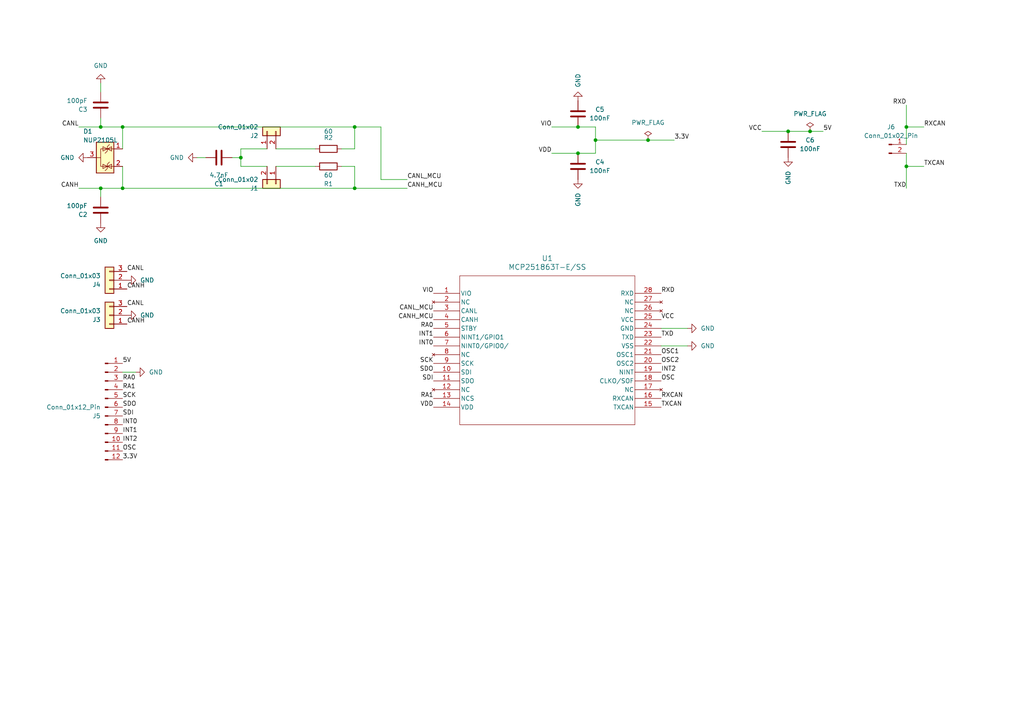
<source format=kicad_sch>
(kicad_sch (version 20230121) (generator eeschema)
  (paper "A4")
  (title_block (title "CAN-FD controller module (MCP251863)") (date "2023-11-30") (rev "v1.0") (company "Aalto University"))
  (lib_symbols
    (symbol "Connector:Conn_01x02_Pin" (pin_names (offset 1.016) hide)
      (property "Reference" "J" (at 0 2.54 0))
      (property "Value" "Conn_01x02_Pin" (at 0 -5.08 0))
      (symbol "Conn_01x02_Pin_1_1"
        (polyline (pts (xy 1.27 -2.54) (xy 0.8636 -2.54)) (stroke (width 0.1524)))
        (polyline (pts (xy 1.27 0) (xy 0.8636 0)) (stroke (width 0.1524)))
        (rectangle (start 0.8636 -2.413) (end 0 -2.667) (stroke (width 0.1524)) (fill (type outline)))
        (rectangle (start 0.8636 0.127) (end 0 -0.127) (stroke (width 0.1524)) (fill (type outline)))
        (pin passive line (at 5.08 0 180) (length 3.81) (name "Pin_1") (number "1"))
        (pin passive line (at 5.08 -2.54 180) (length 3.81) (name "Pin_2") (number "2"))
      )
    )
    (symbol "Connector:Conn_01x12_Pin" (pin_names (offset 1.016) hide)
      (property "Reference" "J" (at 0 15.24 0))
      (property "Value" "Conn_01x12_Pin" (at 0 -17.78 0))
      (symbol "Conn_01x12_Pin_1_1"
        (polyline (pts (xy 1.27 -15.24) (xy 0.8636 -15.24)) (stroke (width 0.1524)))
        (polyline (pts (xy 1.27 -12.7) (xy 0.8636 -12.7)) (stroke (width 0.1524)))
        (polyline (pts (xy 1.27 -10.16) (xy 0.8636 -10.16)) (stroke (width 0.1524)))
        (polyline (pts (xy 1.27 -7.62) (xy 0.8636 -7.62)) (stroke (width 0.1524)))
        (polyline (pts (xy 1.27 -5.08) (xy 0.8636 -5.08)) (stroke (width 0.1524)))
        (polyline (pts (xy 1.27 -2.54) (xy 0.8636 -2.54)) (stroke (width 0.1524)))
        (polyline (pts (xy 1.27 0) (xy 0.8636 0)) (stroke (width 0.1524)))
        (polyline (pts (xy 1.27 2.54) (xy 0.8636 2.54)) (stroke (width 0.1524)))
        (polyline (pts (xy 1.27 5.08) (xy 0.8636 5.08)) (stroke (width 0.1524)))
        (polyline (pts (xy 1.27 7.62) (xy 0.8636 7.62)) (stroke (width 0.1524)))
        (polyline (pts (xy 1.27 10.16) (xy 0.8636 10.16)) (stroke (width 0.1524)))
        (polyline (pts (xy 1.27 12.7) (xy 0.8636 12.7)) (stroke (width 0.1524)))
        (rectangle (start 0.8636 -15.113) (end 0 -15.367) (stroke (width 0.1524)) (fill (type outline)))
        (rectangle (start 0.8636 -12.573) (end 0 -12.827) (stroke (width 0.1524)) (fill (type outline)))
        (rectangle (start 0.8636 -10.033) (end 0 -10.287) (stroke (width 0.1524)) (fill (type outline)))
        (rectangle (start 0.8636 -7.493) (end 0 -7.747) (stroke (width 0.1524)) (fill (type outline)))
        (rectangle (start 0.8636 -4.953) (end 0 -5.207) (stroke (width 0.1524)) (fill (type outline)))
        (rectangle (start 0.8636 -2.413) (end 0 -2.667) (stroke (width 0.1524)) (fill (type outline)))
        (rectangle (start 0.8636 0.127) (end 0 -0.127) (stroke (width 0.1524)) (fill (type outline)))
        (rectangle (start 0.8636 2.667) (end 0 2.413) (stroke (width 0.1524)) (fill (type outline)))
        (rectangle (start 0.8636 5.207) (end 0 4.953) (stroke (width 0.1524)) (fill (type outline)))
        (rectangle (start 0.8636 7.747) (end 0 7.493) (stroke (width 0.1524)) (fill (type outline)))
        (rectangle (start 0.8636 10.287) (end 0 10.033) (stroke (width 0.1524)) (fill (type outline)))
        (rectangle (start 0.8636 12.827) (end 0 12.573) (stroke (width 0.1524)) (fill (type outline)))
        (pin passive line (at 5.08 12.7 180) (length 3.81) (name "Pin_1") (number "1"))
        (pin passive line (at 5.08 -10.16 180) (length 3.81) (name "Pin_10") (number "10"))
        (pin passive line (at 5.08 -12.7 180) (length 3.81) (name "Pin_11") (number "11"))
        (pin passive line (at 5.08 -15.24 180) (length 3.81) (name "Pin_12") (number "12"))
        (pin passive line (at 5.08 10.16 180) (length 3.81) (name "Pin_2") (number "2"))
        (pin passive line (at 5.08 7.62 180) (length 3.81) (name "Pin_3") (number "3"))
        (pin passive line (at 5.08 5.08 180) (length 3.81) (name "Pin_4") (number "4"))
        (pin passive line (at 5.08 2.54 180) (length 3.81) (name "Pin_5") (number "5"))
        (pin passive line (at 5.08 0 180) (length 3.81) (name "Pin_6") (number "6"))
        (pin passive line (at 5.08 -2.54 180) (length 3.81) (name "Pin_7") (number "7"))
        (pin passive line (at 5.08 -5.08 180) (length 3.81) (name "Pin_8") (number "8"))
        (pin passive line (at 5.08 -7.62 180) (length 3.81) (name "Pin_9") (number "9"))
      )
    )
    (symbol "Connector_Generic:Conn_01x02" (pin_names (offset 1.016) hide)
      (property "Reference" "J" (at 0 2.54 0))
      (property "Value" "Conn_01x02" (at 0 -5.08 0))
      (symbol "Conn_01x02_1_1"
        (rectangle (start -1.27 -2.413) (end 0 -2.667) (stroke (width 0.1524)))
        (rectangle (start -1.27 0.127) (end 0 -0.127) (stroke (width 0.1524)))
        (rectangle (start -1.27 1.27) (end 1.27 -3.81) (stroke (width 0.254)) (fill (type background)))
        (pin passive line (at -5.08 0 0) (length 3.81) (name "Pin_1") (number "1"))
        (pin passive line (at -5.08 -2.54 0) (length 3.81) (name "Pin_2") (number "2"))
      )
    )
    (symbol "Connector_Generic:Conn_01x03" (pin_names (offset 1.016) hide)
      (property "Reference" "J" (at 0 5.08 0))
      (property "Value" "Conn_01x03" (at 0 -5.08 0))
      (symbol "Conn_01x03_1_1"
        (rectangle (start -1.27 -2.413) (end 0 -2.667) (stroke (width 0.1524)))
        (rectangle (start -1.27 0.127) (end 0 -0.127) (stroke (width 0.1524)))
        (rectangle (start -1.27 2.667) (end 0 2.413) (stroke (width 0.1524)))
        (rectangle (start -1.27 3.81) (end 1.27 -3.81) (stroke (width 0.254)) (fill (type background)))
        (pin passive line (at -5.08 2.54 0) (length 3.81) (name "Pin_1") (number "1"))
        (pin passive line (at -5.08 0 0) (length 3.81) (name "Pin_2") (number "2"))
        (pin passive line (at -5.08 -2.54 0) (length 3.81) (name "Pin_3") (number "3"))
      )
    )
    (symbol "Device:C" (pin_numbers hide) (pin_names (offset 0.254))
      (property "Reference" "C" (at 0.635 2.54 0))
      (property "Value" "C" (at 0.635 -2.54 0))
      (symbol "C_0_1"
        (polyline (pts (xy -2.032 -0.762) (xy 2.032 -0.762)) (stroke (width 0.508)))
        (polyline (pts (xy -2.032 0.762) (xy 2.032 0.762)) (stroke (width 0.508)))
      )
      (symbol "C_1_1"
        (pin passive line (at 0 3.81 270) (length 2.794) (name "~") (number "1"))
        (pin passive line (at 0 -3.81 90) (length 2.794) (name "~") (number "2"))
      )
    )
    (symbol "Device:R" (pin_numbers hide) (pin_names (offset 0))
      (property "Reference" "R" (at 2.032 0 90))
      (property "Value" "R" (at 0 0 90))
      (symbol "R_0_1"
        (rectangle (start -1.016 -2.54) (end 1.016 2.54) (stroke (width 0.254)))
      )
      (symbol "R_1_1"
        (pin passive line (at 0 3.81 270) (length 1.27) (name "~") (number "1"))
        (pin passive line (at 0 -3.81 90) (length 1.27) (name "~") (number "2"))
      )
    )
    (symbol "GND_1" (power) (pin_names (offset 0))
      (property "Value" "GND_1" (at 0 -3.81 0))
      (symbol "GND_1_0_1"
        (polyline (pts (xy 0 0) (xy 0 -1.27) (xy 1.27 -1.27) (xy 0 -2.54) (xy -1.27 -1.27) (xy 0 -1.27)))
      )
      (symbol "GND_1_1_1"
        (pin power_in line (at 0 0 270) (length 0) hide (name "GND") (number "1"))
      )
    )
    (symbol "MCP251863:MCP251863T-E_SS" (pin_names (offset 0.254))
      (property "Reference" "U" (at 33.02 10.16 0))
      (property "Value" "MCP251863T-E/SS" (at 33.02 7.62 0))
      (symbol "MCP251863T-E_SS_0_1"
        (polyline (pts (xy 7.62 -38.1) (xy 58.42 -38.1)) (stroke (width 0.127)))
        (polyline (pts (xy 7.62 5.08) (xy 7.62 -38.1)) (stroke (width 0.127)))
        (polyline (pts (xy 58.42 -38.1) (xy 58.42 5.08)) (stroke (width 0.127)))
        (polyline (pts (xy 58.42 5.08) (xy 7.62 5.08)) (stroke (width 0.127)))
        (pin power_in line (at 0 0 0) (length 7.62) (name "VIO") (number "1"))
        (pin input line (at 0 -22.86 0) (length 7.62) (name "SDI") (number "10"))
        (pin output line (at 0 -25.4 0) (length 7.62) (name "SDO") (number "11"))
        (pin no_connect line (at 0 -27.94 0) (length 7.62) (name "NC") (number "12"))
        (pin input line (at 0 -30.48 0) (length 7.62) (name "NCS") (number "13"))
        (pin power_in line (at 0 -33.02 0) (length 7.62) (name "VDD") (number "14"))
        (pin output line (at 66.04 -33.02 180) (length 7.62) (name "TXCAN") (number "15"))
        (pin input line (at 66.04 -30.48 180) (length 7.62) (name "RXCAN") (number "16"))
        (pin no_connect line (at 66.04 -27.94 180) (length 7.62) (name "NC") (number "17"))
        (pin output line (at 66.04 -25.4 180) (length 7.62) (name "CLKO/SOF") (number "18"))
        (pin output line (at 66.04 -22.86 180) (length 7.62) (name "NINT") (number "19"))
        (pin no_connect line (at 0 -2.54 0) (length 7.62) (name "NC") (number "2"))
        (pin output line (at 66.04 -20.32 180) (length 7.62) (name "OSC2") (number "20"))
        (pin input line (at 66.04 -17.78 180) (length 7.62) (name "OSC1") (number "21"))
        (pin power_in line (at 66.04 -15.24 180) (length 7.62) (name "VSS") (number "22"))
        (pin input line (at 66.04 -12.7 180) (length 7.62) (name "TXD") (number "23"))
        (pin power_in line (at 66.04 -10.16 180) (length 7.62) (name "GND") (number "24"))
        (pin power_in line (at 66.04 -7.62 180) (length 7.62) (name "VCC") (number "25"))
        (pin no_connect line (at 66.04 -5.08 180) (length 7.62) (name "NC") (number "26"))
        (pin no_connect line (at 66.04 -2.54 180) (length 7.62) (name "NC") (number "27"))
        (pin output line (at 66.04 0 180) (length 7.62) (name "RXD") (number "28"))
        (pin bidirectional line (at 0 -5.08 0) (length 7.62) (name "CANL") (number "3"))
        (pin bidirectional line (at 0 -7.62 0) (length 7.62) (name "CANH") (number "4"))
        (pin input line (at 0 -10.16 0) (length 7.62) (name "STBY") (number "5"))
        (pin bidirectional line (at 0 -12.7 0) (length 7.62) (name "NINT1/GPIO1") (number "6"))
        (pin bidirectional line (at 0 -15.24 0) (length 7.62) (name "NINT0/GPIO0/") (number "7"))
        (pin no_connect line (at 0 -17.78 0) (length 7.62) (name "NC") (number "8"))
        (pin input line (at 0 -20.32 0) (length 7.62) (name "SCK") (number "9"))
      )
    )
    (symbol "Power_Protection:NUP2105L" (pin_names hide)
      (property "Reference" "D" (at 5.715 2.54 0))
      (property "Value" "NUP2105L" (at 5.715 0.635 0))
      (symbol "NUP2105L_0_0"
        (pin passive line (at 0 -5.08 90) (length 2.54) (name "A") (number "3"))
      )
      (symbol "NUP2105L_0_1"
        (rectangle (start -4.445 2.54) (end 4.445 -2.54) (stroke (width 0.254)) (fill (type background)))
        (polyline (pts (xy -2.54 2.54) (xy -2.54 0.635)))
        (polyline (pts (xy 0 -1.27) (xy 0 -2.54)))
        (polyline (pts (xy 2.54 2.54) (xy 2.54 0.635)))
        (polyline (pts (xy -3.81 1.27) (xy -3.175 0.635) (xy -1.905 0.635) (xy -1.27 0)))
        (polyline (pts (xy -2.54 0.635) (xy -2.54 -1.27) (xy 2.54 -1.27) (xy 2.54 0.635)))
        (polyline (pts (xy -2.54 0.635) (xy -1.905 -0.635) (xy -3.175 -0.635) (xy -2.54 0.635)))
        (polyline (pts (xy 2.54 0.635) (xy 1.905 -0.635) (xy 3.175 -0.635) (xy 2.54 0.635)))
        (polyline (pts (xy 2.54 0.635) (xy 3.175 1.905) (xy 1.905 1.905) (xy 2.54 0.635)))
        (polyline (pts (xy -2.54 0.635) (xy -3.175 1.905) (xy -1.905 1.905) (xy -2.54 0.635) (xy -2.54 1.27)))
        (polyline (pts (xy 1.27 1.27) (xy 1.905 0.635) (xy 2.54 0.635) (xy 3.175 0.635) (xy 3.81 0)))
      )
      (symbol "NUP2105L_1_1"
        (pin passive line (at -2.54 5.08 270) (length 2.54) (name "K") (number "1"))
        (pin passive line (at 2.54 5.08 270) (length 2.54) (name "K") (number "2"))
      )
    )
    (symbol "power:GND" (power) (pin_names (offset 0))
      (property "Value" "GND" (at 0 -3.81 0))
      (symbol "GND_0_1"
        (polyline (pts (xy 0 0) (xy 0 -1.27) (xy 1.27 -1.27) (xy 0 -2.54) (xy -1.27 -1.27) (xy 0 -1.27)))
      )
      (symbol "GND_1_1"
        (pin power_in line (at 0 0 270) (length 0) hide (name "GND") (number "1"))
      )
    )
    (symbol "power:PWR_FLAG" (power) (pin_numbers hide) (pin_names (offset 0) hide)
      (property "Value" "PWR_FLAG" (at 0 3.81 0))
      (symbol "PWR_FLAG_0_0"
        (pin power_out line (at 0 0 90) (length 0) (name "pwr") (number "1"))
      )
      (symbol "PWR_FLAG_0_1"
        (polyline (pts (xy 0 0) (xy 0 1.27) (xy -1.016 1.905) (xy 0 2.54) (xy 1.016 1.905) (xy 0 1.27)))
      )
    )
  )
  (junction (at 172.72 40.64))
  (junction (at 29.21 36.83))
  (junction (at 262.89 36.83))
  (junction (at 167.64 36.83))
  (junction (at 102.87 36.83))
  (junction (at 187.96 40.64))
  (junction (at 234.95 38.1))
  (junction (at 228.6 38.1))
  (junction (at 35.56 54.61))
  (junction (at 102.87 54.61))
  (junction (at 29.21 54.61))
  (junction (at 35.56 36.83))
  (junction (at 262.89 48.26))
  (junction (at 69.85 45.72))
  (junction (at 167.64 44.45))
  (wire (pts (xy 35.56 107.95) (xy 39.37 107.95)))
  (wire (pts (xy 35.56 36.83) (xy 102.87 36.83)))
  (wire (pts (xy 67.31 45.72) (xy 69.85 45.72)))
  (wire (pts (xy 262.89 36.83) (xy 262.89 41.91)))
  (wire (pts (xy 69.85 45.72) (xy 69.85 43.18)))
  (wire (pts (xy 77.47 43.18) (xy 69.85 43.18)))
  (wire (pts (xy 172.72 40.64) (xy 187.96 40.64)))
  (wire (pts (xy 80.01 48.26) (xy 91.44 48.26)))
  (wire (pts (xy 29.21 36.83) (xy 29.21 34.29)))
  (wire (pts (xy 262.89 48.26) (xy 267.97 48.26)))
  (wire (pts (xy 29.21 26.67) (xy 29.21 24.13)))
  (wire (pts (xy 29.21 36.83) (xy 22.86 36.83)))
  (wire (pts (xy 99.06 43.18) (xy 102.87 43.18)))
  (wire (pts (xy 262.89 44.45) (xy 262.89 48.26)))
  (wire (pts (xy 35.56 54.61) (xy 29.21 54.61)))
  (wire (pts (xy 35.56 36.83) (xy 29.21 36.83)))
  (wire (pts (xy 172.72 40.64) (xy 172.72 44.45)))
  (wire (pts (xy 35.56 54.61) (xy 102.87 54.61)))
  (wire (pts (xy 77.47 48.26) (xy 69.85 48.26)))
  (wire (pts (xy 29.21 57.15) (xy 29.21 54.61)))
  (wire (pts (xy 262.89 30.48) (xy 262.89 36.83)))
  (wire (pts (xy 102.87 48.26) (xy 102.87 54.61)))
  (wire (pts (xy 191.77 100.33) (xy 199.39 100.33)))
  (wire (pts (xy 118.11 52.07) (xy 110.49 52.07)))
  (wire (pts (xy 262.89 54.61) (xy 262.89 48.26)))
  (wire (pts (xy 118.11 54.61) (xy 102.87 54.61)))
  (wire (pts (xy 69.85 45.72) (xy 69.85 48.26)))
  (wire (pts (xy 234.95 38.1) (xy 238.76 38.1)))
  (wire (pts (xy 99.06 48.26) (xy 102.87 48.26)))
  (wire (pts (xy 110.49 36.83) (xy 102.87 36.83)))
  (wire (pts (xy 160.02 36.83) (xy 167.64 36.83)))
  (wire (pts (xy 80.01 43.18) (xy 91.44 43.18)))
  (wire (pts (xy 102.87 43.18) (xy 102.87 36.83)))
  (wire (pts (xy 187.96 40.64) (xy 195.58 40.64)))
  (wire (pts (xy 35.56 43.18) (xy 35.56 36.83)))
  (wire (pts (xy 160.02 44.45) (xy 167.64 44.45)))
  (wire (pts (xy 167.64 44.45) (xy 172.72 44.45)))
  (wire (pts (xy 110.49 52.07) (xy 110.49 36.83)))
  (wire (pts (xy 228.6 38.1) (xy 234.95 38.1)))
  (wire (pts (xy 220.98 38.1) (xy 228.6 38.1)))
  (wire (pts (xy 59.69 45.72) (xy 57.15 45.72)))
  (wire (pts (xy 29.21 54.61) (xy 22.86 54.61)))
  (wire (pts (xy 262.89 36.83) (xy 267.97 36.83)))
  (wire (pts (xy 172.72 36.83) (xy 172.72 40.64)))
  (wire (pts (xy 191.77 95.25) (xy 199.39 95.25)))
  (wire (pts (xy 167.64 36.83) (xy 172.72 36.83)))
  (wire (pts (xy 35.56 54.61) (xy 35.56 48.26)))
  (label "VCC" (at 220.98 38.1 180))
  (label "VIO" (at 125.73 85.09 180))
  (label "CANL_MCU" (at 125.73 90.17 180))
  (label "INT2" (at 35.56 128.27 0))
  (label "INT0" (at 125.73 100.33 180))
  (label "5V" (at 238.76 38.1 0))
  (label "RXCAN" (at 267.97 36.83 0))
  (label "INT1" (at 125.73 97.79 180))
  (label "RXD" (at 262.89 30.48 180))
  (label "SDO" (at 35.56 118.11 0))
  (label "SDI" (at 125.73 110.49 180))
  (label "VDD" (at 125.73 118.11 180))
  (label "CANH" (at 36.83 93.98 0))
  (label "CANH_MCU" (at 125.73 92.71 180))
  (label "3.3V" (at 195.58 40.64 0))
  (label "SCK" (at 125.73 105.41 180))
  (label "TXCAN" (at 267.97 48.26 0))
  (label "CANH_MCU" (at 118.11 54.61 0))
  (label "SDO" (at 125.73 107.95 180))
  (label "OSC" (at 191.77 110.49 0))
  (label "CANL" (at 22.86 36.83 180))
  (label "CANL" (at 36.83 88.9 0))
  (label "VDD" (at 160.02 44.45 180))
  (label "CANL" (at 36.83 78.74 0))
  (label "OSC" (at 35.56 130.81 0))
  (label "OSC2" (at 191.77 105.41 0))
  (label "SCK" (at 35.56 115.57 0))
  (label "RXCAN" (at 191.77 115.57 0))
  (label "TXCAN" (at 191.77 118.11 0))
  (label "RA1" (at 125.73 115.57 180))
  (label "OSC1" (at 191.77 102.87 0))
  (label "INT1" (at 35.56 125.73 0))
  (label "CANH" (at 22.86 54.61 180))
  (label "TXD" (at 191.77 97.79 0))
  (label "VCC" (at 191.77 92.71 0))
  (label "SDI" (at 35.56 120.65 0))
  (label "RA0" (at 125.73 95.25 180))
  (label "5V" (at 35.56 105.41 0))
  (label "RXD" (at 191.77 85.09 0))
  (label "CANH" (at 36.83 83.82 0))
  (label "INT0" (at 35.56 123.19 0))
  (label "INT2" (at 191.77 107.95 0))
  (label "CANL_MCU" (at 118.11 52.07 0))
  (label "TXD" (at 262.89 54.61 180))
  (label "RA1" (at 35.56 113.03 0))
  (label "RA0" (at 35.56 110.49 0))
  (label "VIO" (at 160.02 36.83 180))
  (label "3.3V" (at 35.56 133.35 0))
  (symbol (lib_name "GND_1") (lib_id "power:GND") (at 167.64 29.21 180) (unit 1)
    (property "Reference" "#PWR010" (effects hide))
    (property "Value" "GND" (at 167.64 25.4 90) (effects (justify right)))
  )
  (symbol (lib_id "power:GND") (at 199.39 95.25 90) (unit 1)
    (property "Reference" "#PWR012" (effects hide))
    (property "Value" "GND" (at 203.2 95.25 90) (effects (justify right)))
  )
  (symbol (lib_id "power:GND") (at 199.39 100.33 90) (unit 1)
    (property "Reference" "#PWR08" (effects hide))
    (property "Value" "GND" (at 203.2 100.33 90) (effects (justify right)))
  )
  (symbol (lib_id "Device:C") (at 29.21 60.96 0) (unit 1)
    (property "Reference" "C2" (at 25.4 62.23 0) (effects (justify right)))
    (property "Value" "100pF" (at 25.4 59.69 0) (effects (justify right)))
    (property "Footprint" "Capacitor_SMD:C_0805_2012Metric_Pad1.18x1.45mm_HandSolder" (effects hide))
  )
  (symbol (lib_name "GND_1") (lib_id "power:GND") (at 36.83 81.28 90) (unit 1)
    (property "Reference" "#PWR07" (effects hide))
    (property "Value" "GND" (at 40.64 81.28 90) (effects (justify right)))
  )
  (symbol (lib_id "Connector:Conn_01x02_Pin") (at 257.81 41.91 0) (unit 1)
    (property "Reference" "J6" (at 258.445 36.83 0))
    (property "Value" "Conn_01x02_Pin" (at 258.445 39.37 0))
  )
  (symbol (lib_id "Device:C") (at 167.64 33.02 0) (unit 1)
    (property "Reference" "C5" (at 173.99 31.75 0))
    (property "Value" "100nF" (at 173.99 34.29 0))
    (property "Footprint" "Capacitor_SMD:C_0805_2012Metric_Pad1.18x1.45mm_HandSolder" (effects hide))
  )
  (symbol (lib_name "GND_1") (lib_id "power:GND") (at 29.21 64.77 0) (unit 1)
    (property "Reference" "#PWR03" (effects hide))
    (property "Value" "GND" (at 29.21 69.85 0))
  )
  (symbol (lib_name "GND_1") (lib_id "power:GND") (at 29.21 24.13 180) (unit 1)
    (property "Reference" "#PWR04" (effects hide))
    (property "Value" "GND" (at 29.21 19.05 0))
  )
  (symbol (lib_name "GND_1") (lib_id "power:GND") (at 25.4 45.72 270) (unit 1)
    (property "Reference" "#PWR05" (effects hide))
    (property "Value" "GND" (at 21.59 45.72 90) (effects (justify right)))
  )
  (symbol (lib_id "Device:C") (at 167.64 48.26 180) (unit 1)
    (property "Reference" "C4" (at 173.99 46.99 0))
    (property "Value" "100nF" (at 173.99 49.53 0))
    (property "Footprint" "Capacitor_SMD:C_0805_2012Metric_Pad1.18x1.45mm_HandSolder" (effects hide))
  )
  (symbol (lib_id "Power_Protection:NUP2105L") (at 30.48 45.72 270) (unit 1)
    (property "Reference" "D1" (at 24.13 38.1 90) (effects (justify left)))
    (property "Value" "NUP2105L" (at 24.13 40.64 90) (effects (justify left)))
    (property "Footprint" "Package_TO_SOT_SMD:SOT-23" (effects hide))
    (property "Datasheet" "http://www.onsemi.com/pub_link/Collateral/NUP2105L-D.PDF" (effects hide))
  )
  (symbol (lib_id "Connector:Conn_01x12_Pin") (at 30.48 118.11 0) (unit 1)
    (property "Reference" "J5" (at 29.21 120.65 0) (effects (justify right)))
    (property "Value" "Conn_01x12_Pin" (at 29.21 118.11 0) (effects (justify right)))
  )
  (symbol (lib_id "MCP251863:MCP251863T-E_SS") (at 125.73 85.09 0) (unit 1)
    (property "Reference" "U1" (at 158.75 74.93 0) (effects (font (size 1.524 1.524))))
    (property "Value" "MCP251863T-E/SS" (at 158.75 77.47 0) (effects (font (size 1.524 1.524))))
    (property "Footprint" "28L-SSOP_MCH" (effects hide))
    (property "Datasheet" "MCP251863T-E/SS" (effects hide))
  )
  (symbol (lib_name "GND_1") (lib_id "power:GND") (at 36.83 91.44 90) (unit 1)
    (property "Reference" "#PWR06" (effects hide))
    (property "Value" "GND" (at 40.64 91.44 90) (effects (justify right)))
  )
  (symbol (lib_id "Device:C") (at 29.21 30.48 0) (unit 1)
    (property "Reference" "C3" (at 25.4 31.75 0) (effects (justify right)))
    (property "Value" "100pF" (at 25.4 29.21 0) (effects (justify right)))
    (property "Footprint" "Capacitor_SMD:C_0805_2012Metric_Pad1.18x1.45mm_HandSolder" (effects hide))
  )
  (symbol (lib_id "Device:C") (at 63.5 45.72 270) (unit 1)
    (property "Reference" "C1" (at 63.5 53.34 90))
    (property "Value" "4.7nF" (at 63.5 50.8 90))
    (property "Footprint" "Capacitor_SMD:C_0805_2012Metric_Pad1.18x1.45mm_HandSolder" (effects hide))
  )
  (symbol (lib_id "Device:R") (at 95.25 48.26 270) (unit 1)
    (property "Reference" "R1" (at 95.25 53.34 90))
    (property "Value" "60" (at 95.25 50.8 90))
    (property "Footprint" "Resistor_SMD:R_0805_2012Metric_Pad1.20x1.40mm_HandSolder" (effects hide))
  )
  (symbol (lib_id "Connector_Generic:Conn_01x02") (at 80.01 53.34 270) (unit 1)
    (property "Reference" "J1" (at 74.93 54.61 90) (effects (justify right)))
    (property "Value" "Conn_01x02" (at 74.93 52.07 90) (effects (justify right)))
    (property "Footprint" "Connector_PinHeader_2.54mm:PinHeader_1x02_P2.54mm_Vertical" (effects hide))
  )
  (symbol (lib_id "power:PWR_FLAG") (at 234.95 38.1 0) (unit 1)
    (property "Reference" "#FLG02" (effects hide))
    (property "Value" "PWR_FLAG" (at 234.95 33.02 0))
  )
  (symbol (lib_name "GND_1") (lib_id "power:GND") (at 57.15 45.72 270) (unit 1)
    (property "Reference" "#PWR02" (effects hide))
    (property "Value" "GND" (at 53.34 45.72 90) (effects (justify right)))
  )
  (symbol (lib_id "Device:C") (at 228.6 41.91 180) (unit 1)
    (property "Reference" "C6" (at 234.95 40.64 0))
    (property "Value" "100nF" (at 234.95 43.18 0))
    (property "Footprint" "Capacitor_SMD:C_0805_2012Metric_Pad1.18x1.45mm_HandSolder" (effects hide))
  )
  (symbol (lib_id "Device:R") (at 95.25 43.18 270) (unit 1)
    (property "Reference" "R2" (at 95.25 40.64 90) (effects (justify bottom)))
    (property "Value" "60" (at 95.25 38.1 90))
    (property "Footprint" "Resistor_SMD:R_0805_2012Metric_Pad1.20x1.40mm_HandSolder" (effects hide))
  )
  (symbol (lib_id "power:PWR_FLAG") (at 187.96 40.64 0) (unit 1)
    (property "Reference" "#FLG01" (effects hide))
    (property "Value" "PWR_FLAG" (at 187.96 35.56 0))
  )
  (symbol (lib_name "GND_1") (lib_id "power:GND") (at 228.6 45.72 0) (unit 1)
    (property "Reference" "#PWR011" (effects hide))
    (property "Value" "GND" (at 228.6 49.53 90) (effects (justify right)))
  )
  (symbol (lib_id "Connector_Generic:Conn_01x03") (at 31.75 91.44 180) (unit 1)
    (property "Reference" "J3" (at 29.21 92.71 0) (effects (justify left)))
    (property "Value" "Conn_01x03" (at 29.21 90.17 0) (effects (justify left)))
    (property "Footprint" "Connector_JST:JST_PH_B3B-PH-K_1x03_P2.00mm_Vertical" (effects hide))
  )
  (symbol (lib_id "Connector_Generic:Conn_01x03") (at 31.75 81.28 180) (unit 1)
    (property "Reference" "J4" (at 29.21 82.55 0) (effects (justify left)))
    (property "Value" "Conn_01x03" (at 29.21 80.01 0) (effects (justify left)))
    (property "Footprint" "Connector_JST:JST_PH_B3B-PH-K_1x03_P2.00mm_Vertical" (effects hide))
  )
  (symbol (lib_id "Connector_Generic:Conn_01x02") (at 77.47 38.1 90) (unit 1)
    (property "Reference" "J2" (at 74.93 39.37 90) (effects (justify left)))
    (property "Value" "Conn_01x02" (at 74.93 36.83 90) (effects (justify left)))
    (property "Footprint" "Connector_PinHeader_2.54mm:PinHeader_1x02_P2.54mm_Vertical" (effects hide))
  )
  (symbol (lib_id "power:GND") (at 39.37 107.95 90) (unit 1)
    (property "Reference" "#PWR01" (effects hide))
    (property "Value" "GND" (at 43.18 107.95 90) (effects (justify right)))
  )
  (symbol (lib_name "GND_1") (lib_id "power:GND") (at 167.64 52.07 0) (unit 1)
    (property "Reference" "#PWR09" (effects hide))
    (property "Value" "GND" (at 167.64 55.88 90) (effects (justify right)))
  )
)
</source>
